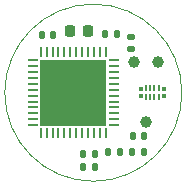
<source format=gbr>
%TF.GenerationSoftware,KiCad,Pcbnew,9.0.0*%
%TF.CreationDate,2025-03-13T16:47:56-04:00*%
%TF.ProjectId,IngestibleCapsule-Board_larger_vias,496e6765-7374-4696-926c-654361707375,rev?*%
%TF.SameCoordinates,Original*%
%TF.FileFunction,Soldermask,Top*%
%TF.FilePolarity,Negative*%
%FSLAX46Y46*%
G04 Gerber Fmt 4.6, Leading zero omitted, Abs format (unit mm)*
G04 Created by KiCad (PCBNEW 9.0.0) date 2025-03-13 16:47:56*
%MOMM*%
%LPD*%
G01*
G04 APERTURE LIST*
G04 Aperture macros list*
%AMRoundRect*
0 Rectangle with rounded corners*
0 $1 Rounding radius*
0 $2 $3 $4 $5 $6 $7 $8 $9 X,Y pos of 4 corners*
0 Add a 4 corners polygon primitive as box body*
4,1,4,$2,$3,$4,$5,$6,$7,$8,$9,$2,$3,0*
0 Add four circle primitives for the rounded corners*
1,1,$1+$1,$2,$3*
1,1,$1+$1,$4,$5*
1,1,$1+$1,$6,$7*
1,1,$1+$1,$8,$9*
0 Add four rect primitives between the rounded corners*
20,1,$1+$1,$2,$3,$4,$5,0*
20,1,$1+$1,$4,$5,$6,$7,0*
20,1,$1+$1,$6,$7,$8,$9,0*
20,1,$1+$1,$8,$9,$2,$3,0*%
G04 Aperture macros list end*
%ADD10RoundRect,0.140000X-0.140000X-0.170000X0.140000X-0.170000X0.140000X0.170000X-0.140000X0.170000X0*%
%ADD11RoundRect,0.225000X-0.225000X-0.250000X0.225000X-0.250000X0.225000X0.250000X-0.225000X0.250000X0*%
%ADD12RoundRect,0.140000X0.170000X-0.140000X0.170000X0.140000X-0.170000X0.140000X-0.170000X-0.140000X0*%
%ADD13RoundRect,0.135000X-0.135000X-0.185000X0.135000X-0.185000X0.135000X0.185000X-0.135000X0.185000X0*%
%ADD14R,0.380000X0.300000*%
%ADD15R,0.200000X0.520000*%
%ADD16RoundRect,0.062500X-0.375000X-0.062500X0.375000X-0.062500X0.375000X0.062500X-0.375000X0.062500X0*%
%ADD17RoundRect,0.062500X-0.062500X-0.375000X0.062500X-0.375000X0.062500X0.375000X-0.062500X0.375000X0*%
%ADD18R,5.600000X5.600000*%
%ADD19C,0.990600*%
%TA.AperFunction,Profile*%
%ADD20C,0.050000*%
%TD*%
G04 APERTURE END LIST*
D10*
%TO.C,C5*%
X95620000Y-70100000D03*
X96580000Y-70100000D03*
%TD*%
%TO.C,C9*%
X99140000Y-81280000D03*
X100100000Y-81280000D03*
%TD*%
D11*
%TO.C,C10*%
X98000000Y-69800000D03*
X99550000Y-69800000D03*
%TD*%
D10*
%TO.C,C8*%
X99150000Y-80230000D03*
X100110000Y-80230000D03*
%TD*%
%TO.C,C11*%
X103320000Y-78700000D03*
X104280000Y-78700000D03*
%TD*%
D12*
%TO.C,C6*%
X103200000Y-71280000D03*
X103200000Y-70320000D03*
%TD*%
D10*
%TO.C,C7*%
X101260000Y-80000000D03*
X102220000Y-80000000D03*
%TD*%
D13*
%TO.C,R3*%
X103300000Y-80000000D03*
X104320000Y-80000000D03*
%TD*%
D14*
%TO.C,J2*%
X104035000Y-74720000D03*
X104035000Y-75280000D03*
X105965000Y-74720000D03*
X105965000Y-75280000D03*
D15*
X104475000Y-74610000D03*
X104475000Y-75390000D03*
X104825000Y-74610000D03*
X104825000Y-75390000D03*
X105175000Y-74610000D03*
X105175000Y-75390000D03*
X105525000Y-74610000D03*
X105525000Y-75390000D03*
%TD*%
D16*
%TO.C,U1*%
X94862500Y-72250000D03*
X94862500Y-72750000D03*
X94862500Y-73250000D03*
X94862500Y-73750000D03*
X94862500Y-74250000D03*
X94862500Y-74750000D03*
X94862500Y-75250000D03*
X94862500Y-75750000D03*
X94862500Y-76250000D03*
X94862500Y-76750000D03*
X94862500Y-77250000D03*
X94862500Y-77750000D03*
D17*
X95550000Y-78437500D03*
X96050000Y-78437500D03*
X96550000Y-78437500D03*
X97050000Y-78437500D03*
X97550000Y-78437500D03*
X98050000Y-78437500D03*
X98550000Y-78437500D03*
X99050000Y-78437500D03*
X99550000Y-78437500D03*
X100050000Y-78437500D03*
X100550000Y-78437500D03*
X101050000Y-78437500D03*
D16*
X101737500Y-77750000D03*
X101737500Y-77250000D03*
X101737500Y-76750000D03*
X101737500Y-76250000D03*
X101737500Y-75750000D03*
X101737500Y-75250000D03*
X101737500Y-74750000D03*
X101737500Y-74250000D03*
X101737500Y-73750000D03*
X101737500Y-73250000D03*
X101737500Y-72750000D03*
X101737500Y-72250000D03*
D17*
X101050000Y-71562500D03*
X100550000Y-71562500D03*
X100050000Y-71562500D03*
X99550000Y-71562500D03*
X99050000Y-71562500D03*
X98550000Y-71562500D03*
X98050000Y-71562500D03*
X97550000Y-71562500D03*
X97050000Y-71562500D03*
X96550000Y-71562500D03*
X96050000Y-71562500D03*
X95550000Y-71562500D03*
D18*
X98300000Y-75000000D03*
%TD*%
D13*
%TO.C,R2*%
X100980000Y-70000000D03*
X102000000Y-70000000D03*
%TD*%
D19*
%TO.C,J1*%
X104465000Y-77510000D03*
X103449000Y-72430000D03*
X105481000Y-72430000D03*
%TD*%
D20*
X107500000Y-75000000D02*
G75*
G02*
X92500000Y-75000000I-7500000J0D01*
G01*
X92500000Y-75000000D02*
G75*
G02*
X107500000Y-75000000I7500000J0D01*
G01*
M02*

</source>
